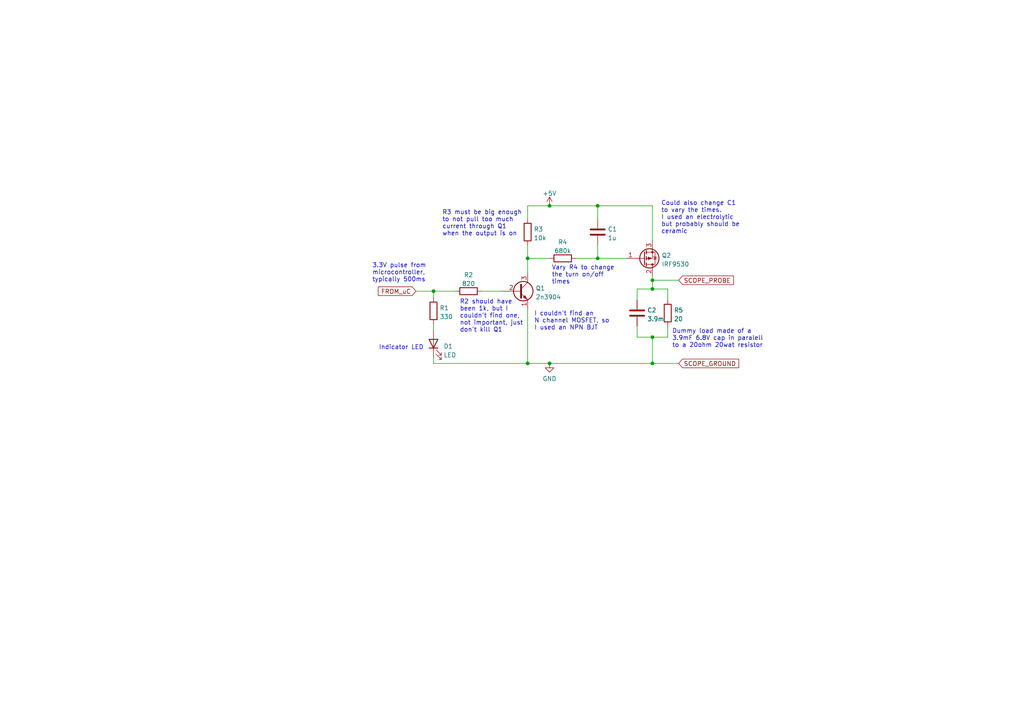
<source format=kicad_sch>
(kicad_sch (version 20211123) (generator eeschema)
  (paper "A4")
  (lib_symbols
    (symbol "Device:C" (pin_numbers hide) (pin_names (offset 0.254))
      (property "Reference" "C" (at 0.635 2.54 0))
      (property "Value" "C" (at 0.635 -2.54 0))
      (symbol "C_0_1"
        (polyline (pts (xy -2.032 -0.762) (xy 2.032 -0.762)) (stroke (width 0.508)))
        (polyline (pts (xy -2.032 0.762) (xy 2.032 0.762)) (stroke (width 0.508)))
      )
      (symbol "C_1_1"
        (pin passive line (at 0 3.81 270) (length 2.794) (name "~") (number "1"))
        (pin passive line (at 0 -3.81 90) (length 2.794) (name "~") (number "2"))
      )
    )
    (symbol "Device:LED" (pin_numbers hide) (pin_names (offset 1.016) hide)
      (property "Reference" "D" (at 0 2.54 0))
      (property "Value" "LED" (at 0 -2.54 0))
      (symbol "LED_0_1"
        (polyline (pts (xy -1.27 -1.27) (xy -1.27 1.27)) (stroke (width 0.254)))
        (polyline (pts (xy -1.27 0) (xy 1.27 0)))
        (polyline (pts (xy 1.27 -1.27) (xy 1.27 1.27) (xy -1.27 0) (xy 1.27 -1.27)) (stroke (width 0.254)))
        (polyline (pts (xy -3.048 -0.762) (xy -4.572 -2.286) (xy -3.81 -2.286) (xy -4.572 -2.286) (xy -4.572 -1.524)))
        (polyline (pts (xy -1.778 -0.762) (xy -3.302 -2.286) (xy -2.54 -2.286) (xy -3.302 -2.286) (xy -3.302 -1.524)))
      )
      (symbol "LED_1_1"
        (pin passive line (at -3.81 0 0) (length 2.54) (name "K") (number "1"))
        (pin passive line (at 3.81 0 180) (length 2.54) (name "A") (number "2"))
      )
    )
    (symbol "Device:Q_NPN_EBC" (pin_names (offset 0) hide)
      (property "Reference" "Q" (at 5.08 1.27 0))
      (property "Value" "Q_NPN_EBC" (at 5.08 -1.27 0))
      (symbol "Q_NPN_EBC_0_1"
        (polyline (pts (xy 0.635 0.635) (xy 2.54 2.54)))
        (polyline (pts (xy 0.635 -0.635) (xy 2.54 -2.54) (xy 2.54 -2.54)))
        (polyline (pts (xy 0.635 1.905) (xy 0.635 -1.905) (xy 0.635 -1.905)) (stroke (width 0.508)))
        (polyline (pts (xy 1.27 -1.778) (xy 1.778 -1.27) (xy 2.286 -2.286) (xy 1.27 -1.778) (xy 1.27 -1.778)) (fill (type outline)))
        (circle (center 1.27 0) (radius 2.8194) (stroke (width 0.254)))
      )
      (symbol "Q_NPN_EBC_1_1"
        (pin passive line (at 2.54 -5.08 90) (length 2.54) (name "E") (number "1"))
        (pin passive line (at -5.08 0 0) (length 5.715) (name "B") (number "2"))
        (pin passive line (at 2.54 5.08 270) (length 2.54) (name "C") (number "3"))
      )
    )
    (symbol "Device:Q_PMOS_GDS" (pin_names (offset 0) hide)
      (property "Reference" "Q" (at 5.08 1.27 0))
      (property "Value" "Q_PMOS_GDS" (at 5.08 -1.27 0))
      (symbol "Q_PMOS_GDS_0_1"
        (polyline (pts (xy 0.254 0) (xy -2.54 0)))
        (polyline (pts (xy 0.254 1.905) (xy 0.254 -1.905)) (stroke (width 0.254)))
        (polyline (pts (xy 0.762 -1.27) (xy 0.762 -2.286)) (stroke (width 0.254)))
        (polyline (pts (xy 0.762 0.508) (xy 0.762 -0.508)) (stroke (width 0.254)))
        (polyline (pts (xy 0.762 2.286) (xy 0.762 1.27)) (stroke (width 0.254)))
        (polyline (pts (xy 2.54 2.54) (xy 2.54 1.778)))
        (polyline (pts (xy 2.54 -2.54) (xy 2.54 0) (xy 0.762 0)))
        (polyline (pts (xy 0.762 1.778) (xy 3.302 1.778) (xy 3.302 -1.778) (xy 0.762 -1.778)))
        (polyline (pts (xy 2.286 0) (xy 1.27 0.381) (xy 1.27 -0.381) (xy 2.286 0)) (fill (type outline)))
        (polyline (pts (xy 2.794 -0.508) (xy 2.921 -0.381) (xy 3.683 -0.381) (xy 3.81 -0.254)))
        (polyline (pts (xy 3.302 -0.381) (xy 2.921 0.254) (xy 3.683 0.254) (xy 3.302 -0.381)))
        (circle (center 1.651 0) (radius 2.794) (stroke (width 0.254)))
        (circle (center 2.54 -1.778) (radius 0.254) (fill (type outline)))
        (circle (center 2.54 1.778) (radius 0.254) (fill (type outline)))
      )
      (symbol "Q_PMOS_GDS_1_1"
        (pin input line (at -5.08 0 0) (length 2.54) (name "G") (number "1"))
        (pin passive line (at 2.54 5.08 270) (length 2.54) (name "D") (number "2"))
        (pin passive line (at 2.54 -5.08 90) (length 2.54) (name "S") (number "3"))
      )
    )
    (symbol "Device:R" (pin_numbers hide) (pin_names (offset 0))
      (property "Reference" "R" (at 2.032 0 90))
      (property "Value" "R" (at 0 0 90))
      (symbol "R_0_1"
        (rectangle (start -1.016 -2.54) (end 1.016 2.54) (stroke (width 0.254)))
      )
      (symbol "R_1_1"
        (pin passive line (at 0 3.81 270) (length 1.27) (name "~") (number "1"))
        (pin passive line (at 0 -3.81 90) (length 1.27) (name "~") (number "2"))
      )
    )
    (symbol "power:+5V" (power) (pin_names (offset 0))
      (property "Value" "+5V" (at 0 3.556 0))
      (symbol "+5V_0_1"
        (polyline (pts (xy -0.762 1.27) (xy 0 2.54)))
        (polyline (pts (xy 0 0) (xy 0 2.54)))
        (polyline (pts (xy 0 2.54) (xy 0.762 1.27)))
      )
      (symbol "+5V_1_1"
        (pin power_in line (at 0 0 90) (length 0) hide (name "+5V") (number "1"))
      )
    )
    (symbol "power:GND" (power) (pin_names (offset 0))
      (property "Value" "GND" (at 0 -3.81 0))
      (symbol "GND_0_1"
        (polyline (pts (xy 0 0) (xy 0 -1.27) (xy 1.27 -1.27) (xy 0 -2.54) (xy -1.27 -1.27) (xy 0 -1.27)))
      )
      (symbol "GND_1_1"
        (pin power_in line (at 0 0 270) (length 0) hide (name "GND") (number "1"))
      )
    )
  )
  (junction (at 125.73 84.455))
  (junction (at 159.385 105.41))
  (junction (at 153.035 105.41))
  (junction (at 189.23 83.82))
  (junction (at 153.035 74.93))
  (junction (at 189.23 97.79))
  (junction (at 173.355 74.93))
  (junction (at 173.355 59.69))
  (junction (at 189.23 81.28))
  (junction (at 159.385 59.69))
  (junction (at 189.23 105.41))
  (wire (pts (xy 189.23 97.79) (xy 189.23 105.41)))
  (wire (pts (xy 189.23 105.41) (xy 196.85 105.41)))
  (wire (pts (xy 153.035 71.12) (xy 153.035 74.93)))
  (wire (pts (xy 125.73 103.505) (xy 125.73 105.41)))
  (wire (pts (xy 189.23 80.01) (xy 189.23 81.28)))
  (wire (pts (xy 193.675 97.79) (xy 193.675 94.615)))
  (wire (pts (xy 153.035 105.41) (xy 159.385 105.41)))
  (wire (pts (xy 159.385 59.69) (xy 173.355 59.69)))
  (wire (pts (xy 184.785 86.995) (xy 184.785 83.82)))
  (wire (pts (xy 173.355 71.12) (xy 173.355 74.93)))
  (wire (pts (xy 159.385 74.93) (xy 153.035 74.93)))
  (wire (pts (xy 193.675 83.82) (xy 193.675 86.995)))
  (wire (pts (xy 167.005 74.93) (xy 173.355 74.93)))
  (wire (pts (xy 125.73 105.41) (xy 153.035 105.41)))
  (wire (pts (xy 125.73 93.98) (xy 125.73 95.885)))
  (wire (pts (xy 153.035 74.93) (xy 153.035 79.375)))
  (wire (pts (xy 173.355 59.69) (xy 189.23 59.69)))
  (wire (pts (xy 153.035 59.69) (xy 153.035 63.5)))
  (wire (pts (xy 120.65 84.455) (xy 125.73 84.455)))
  (wire (pts (xy 125.73 84.455) (xy 125.73 86.36)))
  (wire (pts (xy 189.23 97.79) (xy 193.675 97.79)))
  (wire (pts (xy 184.785 94.615) (xy 184.785 97.79)))
  (wire (pts (xy 125.73 84.455) (xy 132.08 84.455)))
  (wire (pts (xy 173.355 59.69) (xy 173.355 63.5)))
  (wire (pts (xy 189.23 59.69) (xy 189.23 69.85)))
  (wire (pts (xy 189.23 83.82) (xy 193.675 83.82)))
  (wire (pts (xy 139.7 84.455) (xy 145.415 84.455)))
  (wire (pts (xy 173.355 74.93) (xy 181.61 74.93)))
  (wire (pts (xy 184.785 97.79) (xy 189.23 97.79)))
  (wire (pts (xy 153.035 59.69) (xy 159.385 59.69)))
  (wire (pts (xy 184.785 83.82) (xy 189.23 83.82)))
  (wire (pts (xy 189.23 81.28) (xy 196.85 81.28)))
  (wire (pts (xy 153.035 89.535) (xy 153.035 105.41)))
  (wire (pts (xy 159.385 105.41) (xy 189.23 105.41)))
  (wire (pts (xy 189.23 81.28) (xy 189.23 83.82)))
  (text "Could also change C1\nto vary the times.\nI used an electrolytic\nbut probably should be\nceramic" (at 191.77 67.945 0) (effects (font (size 1.27 1.27)) (justify left bottom)))
  (text "Indicator LED" (at 109.855 101.6 0) (effects (font (size 1.27 1.27)) (justify left bottom)))
  (text "R2 should have\nbeen 1k, but I\ncouldn't find one,\nnot important, just\ndon't kill Q1" (at 133.35 96.52 0) (effects (font (size 1.27 1.27)) (justify left bottom)))
  (text "Dummy load made of a\n3.9mF 6.8V cap in paralell\nto a 20ohm 20wat resistor" (at 194.945 100.965 0) (effects (font (size 1.27 1.27)) (justify left bottom)))
  (text "3.3V pulse from\nmicrocontroller,\ntypically 500ms" (at 107.95 81.915 0) (effects (font (size 1.27 1.27)) (justify left bottom)))
  (text "Vary R4 to change\nthe turn on/off\ntimes" (at 160.02 82.55 0) (effects (font (size 1.27 1.27)) (justify left bottom)))
  (text "R3 must be big enough\nto not pull too much\ncurrent through Q1\nwhen the output is on" (at 128.27 68.58 0) (effects (font (size 1.27 1.27)) (justify left bottom)))
  (text "I couldn't find an\nN channel MOSFET, so\nI used an NPN BJT\n" (at 154.94 95.885 0) (effects (font (size 1.27 1.27)) (justify left bottom)))
  (global_label "SCOPE_GROUND" (shape input) (at 196.85 105.41 0) (property "Intersheet References" "${INTERSHEET_REFS}" (effects hide)))
  (global_label "FROM_uC" (shape input) (at 120.65 84.455 180) (property "Intersheet References" "${INTERSHEET_REFS}" (effects hide)))
  (global_label "SCOPE_PROBE" (shape input) (at 196.85 81.28 0) (property "Intersheet References" "${INTERSHEET_REFS}" (effects hide)))
  (symbol (lib_id "Device:C") (at 173.355 67.31 180) (unit 1)
    (property "Reference" "C1" (at 176.276 66.4753 0) (effects (justify right)))
    (property "Value" "1u" (at 176.276 69.0122 0) (effects (justify right)))
  )
  (symbol (lib_id "Device:C") (at 184.785 90.805 0) (unit 1)
    (property "Reference" "C2" (at 187.706 89.9703 0) (effects (justify left)))
    (property "Value" "3.9m" (at 187.706 92.5072 0) (effects (justify left)))
  )
  (symbol (lib_id "Device:Q_NPN_EBC") (at 150.495 84.455 0) (unit 1)
    (property "Reference" "Q1" (at 155.3464 83.6203 0) (effects (justify left)))
    (property "Value" "2n3904" (at 155.3464 86.1572 0) (effects (justify left)))
  )
  (symbol (lib_id "power:GND") (at 159.385 105.41 0) (unit 1)
    (property "Reference" "#PWR02" (effects hide))
    (property "Value" "GND" (at 159.385 109.8534 0))
  )
  (symbol (lib_id "Device:R") (at 163.195 74.93 270) (unit 1)
    (property "Reference" "R4" (at 163.195 70.2142 90))
    (property "Value" "680k" (at 163.195 72.7511 90))
  )
  (symbol (lib_id "Device:Q_PMOS_GDS") (at 186.69 74.93 0) (mirror x) (unit 1)
    (property "Reference" "Q2" (at 191.897 74.0953 0) (effects (justify left)))
    (property "Value" "IRF9530" (at 191.897 76.6322 0) (effects (justify left)))
  )
  (symbol (lib_id "Device:R") (at 193.675 90.805 0) (unit 1)
    (property "Reference" "R5" (at 195.453 89.9703 0) (effects (justify left)))
    (property "Value" "20" (at 195.453 92.5072 0) (effects (justify left)))
  )
  (symbol (lib_id "Device:R") (at 135.89 84.455 90) (unit 1)
    (property "Reference" "R2" (at 135.89 79.7392 90))
    (property "Value" "820" (at 135.89 82.2761 90))
  )
  (symbol (lib_id "Device:R") (at 125.73 90.17 0) (unit 1)
    (property "Reference" "R1" (at 127.508 89.3353 0) (effects (justify left)))
    (property "Value" "330" (at 127.508 91.8722 0) (effects (justify left)))
  )
  (symbol (lib_id "power:+5V") (at 159.385 59.69 0) (unit 1)
    (property "Reference" "#PWR01" (effects hide))
    (property "Value" "+5V" (at 159.385 56.1142 0))
  )
  (symbol (lib_id "Device:LED") (at 125.73 99.695 90) (unit 1)
    (property "Reference" "D1" (at 128.651 100.4478 90) (effects (justify right)))
    (property "Value" "LED" (at 128.651 102.9847 90) (effects (justify right)))
  )
  (symbol (lib_id "Device:R") (at 153.035 67.31 180) (unit 1)
    (property "Reference" "R3" (at 154.813 66.4753 0) (effects (justify right)))
    (property "Value" "10k" (at 154.813 69.0122 0) (effects (justify right)))
  )
)
</source>
